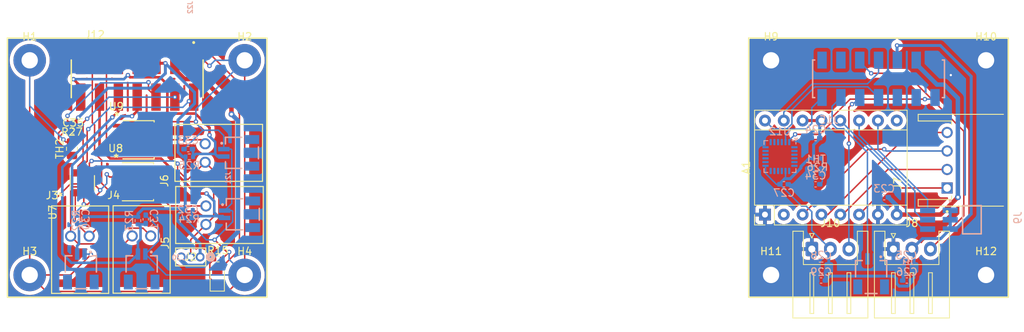
<source format=kicad_pcb>
(kicad_pcb (version 20240108) (generator "pcbnew") (generator_version "8.0")
  (layers (0 "F.Cu" signal) (31 "B.Cu" signal) (34 "B.Paste" user) (35 "F.Paste" user) (36 "B.SilkS" user "B.Silkscreen") (37 "F.SilkS" user "F.Silkscreen") (38 "B.Mask" user) (39 "F.Mask" user) (44 "Edge.Cuts" user))
  (net 0 "")
  (net 1 "GND")
  (net 2 "+12V")
  (net 3 "+5V_USBC")
  (net 4 "ADC0")
  (net 5 "ADC1")
  (net 6 "ADC2")
  (net 7 "ADC3")
  (net 8 "SCL")
  (net 9 "AREF")
  (net 10 "FAN_01_PWM_clockwise")
  (net 11 "FAN_01_PWM_counterclockwise")
  (net 12 "FAN_2_PWM")
  (net 13 "FAN_3_PWM")
  (net 14 "LED_2")
  (net 15 "Net-(D6-K)")
  (net 16 "Fan_Versorgung")
  (net 17 "Net-(U7-OUT1)")
  (net 18 "Net-(U7-OUT2)")
  (net 19 "Net-(U8-D)")
  (net 20 "Net-(U9-D)")
  (net 21 "STEP")
  (net 22 "M1")
  (net 23 "DIR")
  (net 25 "STP_A1")
  (net 26 "STP_B1")
  (net 27 "M0")
  (net 28 "M2")
  (net 29 "STP_B2")
  (net 31 "STP_A2")
  (net 32 "RESET")
  (net 33 "LED_3")
  (net 34 "MOSI")
  (net 35 "BLT_Switch")
  (net 36 "TXD")
  (net 37 "RXD")
  (net 38 "SDA")
  (net 39 "BLT_Servo")
  (footprint "Resistor_SMD:R_0805_2012Metric" (layer "F.Cu") (at 108.7 114.95 90)
    (property "Reference" "TH2")
    (property "Value" "Thermistor_NTC")
  )
  (footprint "Imported_Component_Footprints:CONN_S2B-XH-A-1LFSN_JST" (layer "F.Cu") (at 116.825 126.7265)
    (property "Reference" "J4")
    (property "Value" "FAN1")
  )
  (footprint "MountingHole:MountingHole_2.2mm_M2_Pad_TopBottom" (layer "F.Cu") (at 132 103)
    (property "Reference" "H2")
    (property "Value" "MountHole")
  )
  (footprint "Imported_Component_Footprints:RJK0456DPB_00_J5" (layer "F.Cu") (at 117.6797 113.735)
    (property "Reference" "U9")
    (property "Value" "RJK0456DPB-00-J5")
  )
  (footprint "MountingHole:MountingHole_2.2mm_M2_Pad_TopBottom" (layer "F.Cu") (at 132 132)
    (property "Reference" "H4")
    (property "Value" "MountHole")
  )
  (footprint "Imported_Component_Footprints:SAMTEC_TSM-107-04-L-DV" (layer "F.Cu") (at 117.5 105.5)
    (property "Reference" "J12")
    (property "Value" "Steckverbinder_Male_Fans")
  )
  (footprint "Imported_Component_Footprints:FTS_103_01_F_S" (layer "F.Cu") (at 125.9866 129.56515)
    (property "Reference" "J2")
    (property "Value" "Fan_12/5V_Regelung")
  )
  (footprint "Module:Pololu_Breakout-16_15.2x20.3mm" (layer "F.Cu") (at 202.1775 123.84 90)
    (property "Reference" "A1")
    (property "Value" "Pololu_Breakout_DRV8825")
  )
  (footprint "Imported_Component_Footprints:RJK0456DPB_00_J5" (layer "F.Cu") (at 117.5967 119.4)
    (property "Reference" "U8")
    (property "Value" "RJK0456DPB-00-J5")
  )
  (footprint "MountingHole:MountingHole_2.2mm_M2_Pad_TopBottom" (layer "F.Cu") (at 103 103)
    (property "Reference" "H1")
    (property "Value" "MountHole")
  )
  (footprint "MountingHole:MountingHole_2.2mm_M2_Pad_TopBottom" (layer "F.Cu") (at 232 132)
    (property "Reference" "H12")
    (property "Value" "MountHole")
  )
  (footprint "Imported_Component_Footprints:CONN_S2B-XH-A-1LFSN_JST" (layer "F.Cu") (at 126.7715 125.175 90)
    (property "Reference" "J5")
    (property "Value" "FAN2")
  )
  (footprint "MountingHole:MountingHole_2.2mm_M2_Pad_TopBottom" (layer "F.Cu") (at 203 103)
    (property "Reference" "H9")
    (property "Value" "MountHole")
  )
  (footprint "Imported_Component_Footprints:CONN_S2B-XH-A-1LFSN_JST" (layer "F.Cu") (at 126.6715 116.775 90)
    (property "Reference" "J6")
    (property "Value" "FAN3")
  )
  (footprint "Resistor_SMD:R_0402_1005Metric" (layer "F.Cu") (at 128.4 129.85)
    (property "Reference" "R15")
    (property "Value" "330")
  )
  (footprint "Capacitor_SMD:C_0402_1005Metric_Pad0.74x0.62mm_HandSolder" (layer "F.Cu") (at 108.85 112.6)
    (property "Reference" "C35")
    (property "Value" "0.1µF")
  )
  (footprint "MountingHole:MountingHole_2.2mm_M2_Pad_TopBottom" (layer "F.Cu") (at 203 132)
    (property "Reference" "H11")
    (property "Value" "MountHole")
  )
  (footprint "LED_SMD:LED_0805_2012Metric" (layer "F.Cu") (at 128.3 132.5 90)
    (property "Reference" "D6" (hide yes))
    (property "Value" "YELLOW")
  )
  (footprint "Imported_Component_Footprints:JST_S4B-XH-A-1" (layer "F.Cu") (at 228.6 116.5 90)
    (property "Reference" "J7")
    (property "Value" "Stepper Motor")
  )
  (footprint "Imported_Component_Footprints:CONN_S2B-XH-A-1LFSN_JST" (layer "F.Cu") (at 108.525 126.755)
    (property "Reference" "J3")
    (property "Value" "FAN0")
  )
  (footprint "Imported_Component_Footprints:JST_XH_S3B-XH-A_1x03_P2.50mm_Horizontal" (layer "F.Cu") (at 219.5 128.5)
    (property "Reference" "J8")
    (property "Value" "Servo Motor SM")
  )
  (footprint "MountingHole:MountingHole_2.2mm_M2_Pad_TopBottom" (layer "F.Cu") (at 103 132)
    (property "Reference" "H3")
    (property "Value" "MountHole")
  )
  (footprint "Imported_Component_Footprints:JST_XH_S3B-XH-A_1x03_P2.50mm_Horizontal" (layer "F.Cu") (at 208.5 128.5)
    (property "Reference" "J10")
    (property "Value" "Servo Motor BL Touch")
  )
  (footprint "MountingHole:MountingHole_2.2mm_M2_Pad_TopBottom" (layer "F.Cu") (at 232 103)
    (property "Reference" "H10")
    (property "Value" "MountHole")
  )
  (footprint "Imported_Component_Footprints:TPM16050_S6TR" (layer "F.Cu") (at 110.1 119.55 90)
    (property "Reference" "U7")
    (property "Value" "TPM16050-S6TR")
  )
  (footprint "Resistor_SMD:R_0402_1005Metric" (layer "F.Cu") (at 108.7 111.5 180)
    (property "Reference" "R27")
    (property "Value" "4k7")
  )
  (footprint "Sensor_Motion:InvenSense_QFN-24_4x4mm_P0.5mm" (layer "B.Cu") (at 204.2 116 180)
    (property "Reference" "U12")
    (property "Value" "MPU-6050")
  )
  (footprint "Resistor_SMD:R_0402_1005Metric" (layer "B.Cu") (at 124.5225 116.03675)
    (property "Reference" "R25")
    (property "Value" "4k7")
  )
  (footprint "Resistor_SMD:R_0402_1005Metric" (layer "B.Cu") (at 124.49 123.25)
    (property "Reference" "R24")
    (property "Value" "4k7")
  )
  (footprint "Resistor_SMD:R_0402_1005Metric" (layer "B.Cu") (at 209.25 116.25)
    (property "Reference" "R26")
    (property "Value" "4k7")
  )
  (footprint "Capacitor_SMD:C_0805_2012Metric_Pad1.18x1.45mm_HandSolder" (layer "B.Cu") (at 209.75 131 180)
    (property "Reference" "C28")
    (property "Value" "4.7uF")
  )
  (footprint "Capacitor_SMD:C_0402_1005Metric_Pad0.74x0.62mm_HandSolder" (layer "B.Cu") (at 124.3325 124.3 180)
    (property "Reference" "C32")
    (property "Value" "0.1µF")
  )
  (footprint "Imported_Component_Footprints:665102131822" (layer "B.Cu") (at 118.1 131.1 180)
    (property "Reference" "J20")
    (property "Value" "T2")
  )
  (footprint "Imported_Component_Footprints:665102131822" (layer "B.Cu") (at 131.1 115.5 -90)
    (property "Reference" "J22")
    (property "Value" "T3")
  )
  (footprint "Resistor_SMD:R_0402_1005Metric" (layer "B.Cu") (at 117.6 124.65 -90)
    (property "Reference" "R23")
    (property "Value" "4k7")
  )
  (footprint "Imported_Component_Footprints:665102131822" (layer "B.Cu") (at 216.5 131.75 180)
    (property "Reference" "J11")
    (property "Value" "T3")
  )
  (footprint "Capacitor_SMD:C_0402_1005Metric_Pad0.74x0.62mm_HandSolder" (layer "B.Cu") (at 218.25 121.5 180)
    (property "Reference" "C23")
    (property "Value" "100nF")
  )
  (footprint "Capacitor_SMD:C_0805_2012Metric_Pad1.18x1.45mm_HandSolder" (layer "B.Cu") (at 221.25 131 180)
    (property "Reference" "C25")
    (property "Value" "4.7uF")
  )
  (footprint "Capacitor_SMD:C_0402_1005Metric_Pad0.74x0.62mm_HandSolder" (layer "B.Cu") (at 221.3175 132.75 180)
    (property "Reference" "C26")
    (property "Value" "100nF")
  )
  (footprint "Capacitor_SMD:C_0402_1005Metric_Pad0.74x0.62mm_HandSolder" (layer "B.Cu") (at 209 119.75 180)
    (property "Reference" "C34")
    (property "Value" "0.1µF")
  )
  (footprint "Imported_Component_Footprints:FTSH-103-01-L-DH" (layer "B.Cu") (at 225.6425 124.5375 90)
    (property "Reference" "J9")
    (property "Value" "Microstepping")
  )
  (footprint "Capacitor_SMD:C_0402_1005Metric_Pad0.74x0.62mm_HandSolder" (layer "B.Cu") (at 124.3825 115 180)
    (property "Reference" "C33")
    (property "Value" "0.1µF")
  )
  (footprint "Capacitor_SMD:C_0402_1005Metric_Pad0.74x0.62mm_HandSolder" (layer "B.Cu") (at 209 113.5 180)
    (property "Reference" "C24")
    (property "Value" "100nF")
  )
  (footprint "Imported_Component_Footprints:SAMTEC_HLE-107-02-L-DV" (layer "B.Cu") (at 217.5 105.5)
    (property "Reference" "J15")
    (property "Value" "Steckverbinder_Female_Motoren")
  )
  (footprint "Capacitor_SMD:C_0402_1005Metric_Pad0.74x0.62mm_HandSolder" (layer "B.Cu") (at 118.65 124.4825 90)
    (property "Reference" "C31")
    (property "Value" "0.1µF")
  )
  (footprint "Capacitor_SMD:C_0402_1005Metric_Pad0.74x0.62mm_HandSolder" (layer "B.Cu") (at 204.75 119.75)
    (property "Reference" "C27")
    (property "Value" "100nF")
  )
  (footprint "Resistor_SMD:R_0805_2012Metric" (layer "B.Cu") (at 209 118 180)
    (property "Reference" "TH1")
    (property "Value" "Thermistor_NTC")
  )
  (footprint "Capacitor_SMD:C_0402_1005Metric_Pad0.74x0.62mm_HandSolder" (layer "B.Cu") (at 109.4 124.4825 90)
    (property "Reference" "C30")
    (property "Value" "0.1µF")
  )
  (footprint "Capacitor_SMD:C_0402_1005Metric_Pad0.74x0.62mm_HandSolder" (layer "B.Cu") (at 209.75 132.75 180)
    (property "Reference" "C29")
    (property "Value" "100nF")
  )
  (footprint "Imported_Component_Footprints:665102131822" (layer "B.Cu") (at 109.9 131.1 180)
    (property "Reference" "J19" (hide yes))
    (property "Value" "T2")
  )
  (footprint "Imported_Component_Footprints:665102131822" (layer "B.Cu") (at 131.21325 123.8 -90)
    (property "Reference" "J21")
    (property "Value" "T2")
  )
  (footprint "Resistor_SMD:R_0402_1005Metric" (layer "B.Cu") (at 110.45 124.6325 -90)
    (property "Reference" "R22")
    (property "Value" "4k7")
  )
  (gr_rect (start 200 100) (end 235 135) (stroke (width 0.2)) (fill none) (layer "F.SilkS"))
  (gr_rect (start 100 100) (end 135 135) (stroke (width 0.2)) (fill none) (layer "F.SilkS"))
  (segment (start 114.917 120.035) (end 114.917 118.765) (width 0.2) (layer "F.Cu") (net 1))
  (segment (start 114.917 118.765) (end 114.917 117.495) (width 0.2) (layer "F.Cu") (net 1))
  (segment (start 112.5 120.774386) (end 112.5 120.55) (width 0.2) (layer "F.Cu") (net 1))
  (segment (start 108.7 114.0375) (end 107.8875 114.0375) (width 0.2) (layer "F.Cu") (net 1))
  (segment (start 128.95 129.85) (end 129.9 128.9) (width 0.2) (layer "F.Cu") (net 1))
  (segment (start 110.3 121.08985) (end 110.1 120.88985) (width 0.2) (layer "F.Cu") (net 1))
  (segment (start 103 125.2) (end 103 132) (width 0.2) (layer "F.Cu") (net 1))
  (segment (start 111.25 129.25) (end 108.5 132) (width 0.2) (layer "F.Cu") (net 1))
  (segment (start 127.25 103.75) (end 126.525 103.025) (width 0.2) (layer "F.Cu") (net 1))
  (segment (start 115 111.83) (end 115.5207 111.83) (width 0.2) (layer "F.Cu") (net 1))
  (segment (start 109.4175 112.6) (end 109.4175 113.32) (width 0.2) (layer "F.Cu") (net 1))
  (segment (start 114.917 118.765) (end 113.765004 118.765) (width 0.2) (layer "F.Cu") (net 1))
  (segment (start 110.824386 122.45) (end 112.5 120.774386) (width 0.2) (layer "F.Cu") (net 1))
  (segment (start 132 132) (end 132 103) (width 0.2) (layer "F.Cu") (net 1))
  (segment (start 108.5 132) (end 103 132) (width 0.2) (layer "F.Cu") (net 1))
  (segment (start 111.6509 119.7009) (end 108.4991 119.7009) (width 0.2) (layer "F.Cu") (net 1))
  (segment (start 127.95 127.25) (end 129.6 128.9) (width 0.2) (layer "F.Cu") (net 1))
  (segment (start 116.057385 111.293315) (end 125.418009 111.293315) (width 0.2) (layer "F.Cu") (net 1))
  (segment (start 113.765004 118.765) (end 113.4 118.399996) (width 0.2) (layer "F.Cu") (net 1))
  (segment (start 227.25 105) (end 230 105) (width 0.2) (layer "F.Cu") (net 1))
  (segment (start 109.4175 113.32) (end 108.7 114.0375) (width 0.2) (layer "F.Cu") (net 1))
  (segment (start 107.8875 114.0375) (end 107.55 113.7) (width 0.2) (layer "F.Cu") (net 1))
  (segment (start 108.4991 119.7009) (end 103 125.2) (width 0.2) (layer "F.Cu") (net 1))
  (segment (start 126.525 103.025) (end 125.12 103.025) (width 0.2) (layer "F.Cu") (net 1))
  (segment (start 110.3 122.45) (end 110.824386 122.45) (width 0.2) (layer "F.Cu") (net 1))
  (segment (start 230 105) (end 232 103) (width 0.2) (layer "F.Cu") (net 1))
  (segment (start 115.5207 111.83) (end 116.057385 111.293315) (width 0.2) (layer "F.Cu") (net 1))
  (segment (start 112.5 120.55) (end 111.6509 119.7009) (width 0.2) (layer "F.Cu") (net 1))
  (segment (start 110.3 122.45) (end 110.3 121.08985) (width 0.2) (layer "F.Cu") (net 1))
  (segment (start 132 132) (end 129.775 134.225) (width 0.2) (layer "F.Cu") (net 1))
  (segment (start 128.91 129.85) (end 128.95 129.85) (width 0.2) (layer "F.Cu") (net 1))
  (segment (start 129.6 128.9) (end 129.9 128.9) (width 0.2) (layer "F.Cu") (net 1))
  (segment (start 103 103) (end 103 132) (width 0.2) (layer "F.Cu") (net 1))
  (segment (start 115 114.37) (end 115 111.83) (width 0.2) (layer "F.Cu") (net 1))
  (segment (start 129.775 134.225) (end 105.225 134.225) (width 0.2) (layer "F.Cu") (net 1))
  (segment (start 105.225 134.225) (end 103 132) (width 0.2) (layer "F.Cu") (net 1))
  (via (at 129.9 128.9) (size 0.6) (drill 0.3) (layers "F.Cu" "B.Cu") (net 1))
  (via (at 127.95 127.25) (size 0.6) (drill 0.3) (layers "F.Cu" "B.Cu") (net 1))
  (via (at 107.55 113.7) (size 0.6) (drill 0.3) (layers "F.Cu" "B.Cu") (net 1))
  (via (at 112.5 120.55) (size 0.6) (drill 0.3) (layers "F.Cu" "B.Cu") (net 1))
  (via (at 111.25 129.25) (size 0.6) (drill 0.3) (layers "F.Cu" "B.Cu") (net 1))
  (via (at 125.418009 111.293315) (size 0.6) (drill 0.3) (layers "F.Cu" "B.Cu") (net 1))
  (via (at 113.4 118.399996) (size 0.6) (drill 0.3) (layers "F.Cu" "B.Cu") (net 1))
  (via (at 127.25 103.75) (size 0.6) (drill 0.3) (layers "F.Cu" "B.Cu") (net 1))
  (via (at 227.25 105) (size 0.6) (drill 0.3) (layers "F.Cu" "B.Cu") (net 1))
  (via (at 110.3 122.45) (size 0.6) (drill 0.3) (layers "F.Cu" "B.Cu") (net 1))
  (segment (start 129.18 115) (end 130.155 115) (width 0.2) (layer "B.Cu") (net 1))
  (segment (start 130.255 115.1) (end 130.255 122.33825) (width 0.2) (layer "B.Cu") (net 1))
  (segment (start 120.374299 125.639299) (end 120.374299 127.405701) (width 0.2) (layer "B.Cu") (net 1))
  (segment (start 120.374299 127.405701) (end 118.6 129.18) (width 0.2) (layer "B.Cu") (net 1))
  (segment (start 121.42 132) (end 132 132) (width 0.2) (layer "B.Cu") (net 1))
  (segment (start 125.418009 111.503009) (end 126.365 112.45) (width 0.2) (layer "B.Cu") (net 1))
  (segment (start 127.95 127.25) (end 126.834738 127.25) (width 0.2) (layer "B.Cu") (net 1))
  (segment (start 217.6825 121.5) (end 217.6825 123.575) (width 0.2) (layer "B.Cu") (net 1))
  (segment (start 111.18 129.18) (end 111.25 129.25) (width 0.2) (layer "B.Cu") (net 1))
  (segment (start 103 109.15) (end 103 103) (width 0.2) (layer "B.Cu") (net 1))
  (segment (start 128.45 112.45) (end 129.18 113.18) (width 0.2) (layer "B.Cu") (net 1))
  (segment (start 123.884738 124.3) (end 123.765 124.3) (width 0.2) (layer "B.Cu") (net 1))
  (segment (start 109.4 123.915) (end 109.4 123.35) (width 0.2) (layer "B.Cu") (net 1))
  (segment (start 129.29325 123.3) (end 130.26825 123.3) (width 0.2) (layer "B.Cu") (net 1))
  (segment (start 129.9 128.9) (end 129.9 129.9) (width 0.2) (layer "B.Cu") (net 1))
  (segment (start 113.4 119.65) (end 113.4 118.399996) (width 0.2) (layer "B.Cu") (net 1))
  (segment (start 130.155 115) (end 130.255 115.1) (width 0.2) (layer "B.Cu") (net 1))
  (segment (start 126.365 112.45) (end 128.45 112.45) (width 0.2) (layer "B.Cu") (net 1))
  (segment (start 130.36825 123.4) (end 130.36825 124.83175) (width 0.2) (layer "B.Cu") (net 1))
  (segment (start 110.4 129.18) (end 111.18 129.18) (width 0.2) (layer "B.Cu") (net 1))
  (segment (start 225.12 102.975) (end 225.225 102.975) (width 0.2) (layer "B.Cu") (net 1))
  (segment (start 130.26825 123.3) (end 130.36825 123.4) (width 0.2) (layer "B.Cu") (net 1))
  (segment (start 225.225 102.975) (end 227.25 105) (width 0.2) (layer "B.Cu") (net 1))
  (segment (start 118.65 123.915) (end 120.374299 125.639299) (width 0.2) (layer "B.Cu") (net 1))
  (segment (start 130.36825 124.83175) (end 127.95 127.25) (width 0.2) (layer "B.Cu") (net 1))
  (segment (start 112.5 120.55) (end 113.4 119.65) (width 0.2) (layer "B.Cu") (net 1))
  (segment (start 126.834738 127.25) (end 123.884738 124.3) (width 0.2) (layer "B.Cu") (net 1))
  (segment (start 118.6 129.18) (end 121.42 132) (width 0.2) (layer "B.Cu") (net 1))
  (segment (start 125.418009 111.293315) (end 125.418009 111.503009) (width 0.2) (layer "B.Cu") (net 1))
  (segment (start 129.9 129.9) (end 132 132) (width 0.2) (layer "B.Cu") (net 1))
  (segment (start 217.6825 123.575) (end 217.4175 123.84) (width 0.2) (layer "B.Cu") (net 1))
  (segment (start 125.418009 111.293315) (end 125.418009 109.581991) (width 0.2) (layer "B.Cu") (net 1))
  (segment (start 125.418009 109.581991) (end 132 103) (width 0.2) (layer "B.Cu") (net 1))
  (segment (start 129.18 113.18) (end 129.18 115) (width 0.2) (layer "B.Cu") (net 1))
  (segment (start 128 103) (end 127.25 103.75) (width 0.2) (layer "B.Cu") (net 1))
  (segment (start 130.255 122.33825) (end 129.29325 123.3) (width 0.2) (layer "B.Cu") (net 1))
  (segment (start 132 103) (end 128 103) (width 0.2) (layer "B.Cu") (net 1))
  (segment (start 109.4 123.35) (end 110.3 122.45) (width 0.2) (layer "B.Cu") (net 1))
  (segment (start 107.55 113.7) (end 103 109.15) (width 0.2) (layer "B.Cu") (net 1))
  (segment (start 123.815 115) (end 126.365 112.45) (width 0.2) (layer "B.Cu") (net 1))
  (segment (start 219.9575 123.84) (end 225.86 123.84) (width 0.6) (layer "F.Cu") (net 2))
  (segment (start 122.58 104.23) (end 123.885 105.535) (width 0.6) (layer "F.Cu") (net 2))
  (segment (start 130.217498 109.397498) (end 130.217498 110.282498) (width 0.6) (layer "F.Cu") (net 2))
  (segment (start 122.58 103.025) (end 122.58 104.23) (width 0.6) (layer "F.Cu") (net 2))
  (segment (start 123.885 105.535) (end 126.355 105.535) (width 0.6) (layer "F.Cu") (net 2))
  (segment (start 126.355 105.535) (end 130.217498 109.397498) (width 0.6) (layer "F.Cu") (net 2))
  (segment (start 225.86 123.84) (end 228.2 121.5) (width 0.6) (layer "F.Cu") (net 2))
  (via (at 130.217498 110.282498) (size 0.8) (drill 0.4) (layers "F.Cu" "B.Cu") (net 2))
  (via (at 228.2 121.5) (size 0.8) (drill 0.4) (layers "F.Cu" "B.Cu") (net 2))
  (segment (start 222.58 103.485) (end 225.375 106.28) (width 0.6) (layer "B.Cu") (net 2))
  (segment (start 222.58 102.975) (end 222.58 103.485) (width 0.6) (layer "B.Cu") (net 2))
  (segment (start 228.2 108.125) (end 228.2 121.5) (width 0.6) (layer "B.Cu") (net 2))
  (segment (start 219.9575 122.64) (end 218.8175 121.5) (width 0.6) (layer "B.Cu") (net 2))
  (segment (start 225.375 106.28) (end 226.355 106.28) (width 0.6) (layer "B.Cu") (net 2))
  (segment (start 126.477112 130.77475) (end 131.06825 126.183612) (width 0.6) (layer "B.Cu") (net 2))
  (segment (start 131.06825 111.13325) (end 130.217498 110.282498) (width 0.6) (layer "B.Cu") (net 2))
  (segment (start 123.4466 129.56515) (end 123.4466 129.995262) (width 0.6) (layer "B.Cu") (net 2))
  (segment (start 219.9575 123.84) (end 219.9575 122.64) (width 0.6) (layer "B.Cu") (net 2))
  (segment (start 226.355 106.28) (end 228.2 108.125) (width 0.6) (layer "B.Cu") (net 2))
  (segment (start 131.06825 126.183612) (end 131.06825 111.13325) (width 0.6) (layer "B.Cu") (net 2))
  (segment (start 124.226088 130.77475) (end 126.477112 130.77475) (width 0.6) (layer "B.Cu") (net 2))
  (segment (start 123.4466 129.995262) (end 124.226088 130.77475) (width 0.6) (layer "B.Cu") (net 2))
  (segment (start 117.5 109.85) (end 116.8 110.55) (width 0.35) (layer "F.Cu") (net 4))
  (segment (start 117.5 107.975) (end 117.5 109.85) (width 0.35) (layer "F.Cu") (net 4))
  (via (at 116.8 110.55) (size 0.6) (drill 0.3) (layers "F.Cu" "B.Cu") (net 4))
  (segment (start 109.4 128.055) (end 109.6493 127.8057) (width 0.35) (layer "B.Cu") (net 4))
  (segment (start 116.8 110.55) (end 115.354995 110.55) (width 0.35) (layer "B.Cu") (net 4))
  (segment (start 109.6493 127.8057) (end 109.6493 125.2993) (width 0.35) (layer "B.Cu") (net 4))
  (segment (start 108.715 124.365) (end 109.4 125.05) (width 0.35) (layer "B.Cu") (net 4))
  (segment (start 109.6493 125.2993) (end 109.4 125.05) (width 0.35) (layer "B.Cu") (net 4))
  (segment (start 109.4 129.18) (end 109.4 128.055) (width 0.35) (layer "B.Cu") (net 4))
  (segment (start 108.715 117.189995) (end 108.715 124.365) (width 0.35) (layer "B.Cu") (net 4))
  (segment (start 109.4 125.05) (end 110.3575 125.05) (width 0.35) (layer "B.Cu") (net 4))
  (segment (start 115.354995 110.55) (end 108.715 117.189995) (width 0.35) (layer "B.Cu") (net 4))
  (segment (start 110.3575 125.05) (end 110.45 125.1425) (width 0.35) (layer "B.Cu") (net 4))
  (segment (start 114.96 107.975) (end 114.96 109.89) (width 0.35) (layer "F.Cu") (net 5))
  (segment (start 114.96 109.89) (end 114.15 110.7) (width 0.35) (layer "F.Cu") (net 5))
  (via (at 114.15 110.7) (size 0.6) (drill 0.3) (layers "F.Cu" "B.Cu") (net 5))
  (segment (start 118.54 125.16) (end 118.65 125.05) (width 0.35) (layer "B.Cu") (net 5))
  (segment (start 117.9493 127.192201) (end 117.9493 125.5093) (width 0.35) (layer "B.Cu") (net 5))
  (segment (start 114.15 110.7) (end 107.4007 117.4493) (width 0.35) (layer "B.Cu") (net 5))
  (segment (start 108.625 130.35) (end 116.43 130.35) (width 0.35) (layer "B.Cu") (net 5))
  (segment (start 117.6 127.541501) (end 117.9493 127.192201) (width 0.35) (layer "B.Cu") (net 5))
  (segment (start 117.6 125.16) (end 118.54 125.16) (width 0.35) (layer "B.Cu") (net 5))
  (segment (start 117.9493 125.5093) (end 117.6 125.16) (width 0.35) (layer "B.Cu") (net 5))
  (segment (start 116.43 130.35) (end 117.6 129.18) (width 0.35) (layer "B.Cu") (net 5))
  (segment (start 107.4007 129.1257) (end 108.625 130.35) (width 0.35) (layer "B.Cu") (net 5))
  (segment (start 117.6 129.18) (end 117.6 127.541501) (width 0.35) (layer "B.Cu") (net 5))
  (segment (start 107.4007 117.4493) (end 107.4007 129.1257) (width 0.35) (layer "B.Cu") (net 5))
  (segment (start 112.42 107.975) (end 112.42 114.8387) (width 0.35) (layer "F.Cu") (net 6))
  (segment (start 113.8503 116.269) (end 120.714 116.269) (width 0.35) (layer "F.Cu") (net 6))
  (segment (start 125.445 121) (end 126.85 121) (width 0.35) (layer "F.Cu") (net 6))
  (segment (start 112.42 114.8387) (end 113.8503 116.269) (width 0.35) (layer "F.Cu") (net 6))
  (segment (start 120.714 116.269) (end 125.445 121) (width 0.35) (layer "F.Cu") (net 6))
  (via (at 126.85 121) (size 0.6) (drill 0.3) (layers "F.Cu" "B.Cu") (net 6))
  (segment (start 128.6493 124.3) (end 129.29325 124.3) (width 0.35) (layer "B.Cu") (net 6))
  (segment (start 127.8958 123.5465) (end 128.6493 124.3) (width 0.35) (layer "B.Cu") (net 6))
  (segment (start 129.04395 124.0507) (end 129.29325 124.3) (width 0.35) (layer "B.Cu") (net 6))
  (segment (start 127.8958 122.0458) (end 127.8958 123.5465) (width 0.35) (layer "B.Cu") (net 6))
  (segment (start 124.9 123.35) (end 125 123.25) (width 0.35) (layer "B.Cu") (net 6))
  (segment (start 125.1493 124.0507) (end 129.04395 124.0507) (width 0.35) (layer "B.Cu") (net 6))
  (segment (start 126.85 121) (end 127.8958 122.0458) (width 0.35) (layer "B.Cu") (net 6))
  (segment (start 124.9 124.3) (end 124.9 123.35) (width 0.35) (layer "B.Cu") (net 6))
  (segment (start 124.9 124.3) (end 125.1493 124.0507) (width 0.35) (layer "B.Cu") (net 6))
  (segment (start 109.88 106.53) (end 108.9 105.55) (width 0.35) (layer "F.Cu") (net 7))
  (segment (start 127.25 112.1) (end 125.34 110.19) (width 0.35) (layer "F.Cu") (net 7))
  (segment (start 120.58 105.29) (end 116.54 105.29) (width 0.35) (layer "F.Cu") (net 7))
  (segment (start 127.25 113.1) (end 127.25 112.1) (width 0.35) (layer "F.Cu") (net 7))
  (segment (start 125.34 110.19) (end 121.57 110.19) (width 0.35) (layer "F.Cu") (net 7))
  (segment (start 121.57 110.19) (end 121.57 106.28) (width 0.35) (layer "F.Cu") (net 7))
  (segment (start 121.57 106.28) (end 120.58 105.29) (width 0.35) (layer "F.Cu") (net 7))
  (segment (start 109.88 107.975) (end 109.88 106.53) (width 0.35) (layer "F.Cu") (net 7))
  (segment (start 116.54 105.29) (end 116.25 105) (width 0.35) (layer "F.Cu") (net 7))
  (via (at 108.9 105.55) (size 0.6) (drill 0.3) (layers "F.Cu" "B.Cu") (net 7))
  (via (at 127.25 113.1) (size 0.6) (drill 0.3) (layers "F.Cu" "B.Cu") (net 7))
  (via (at 116.25 105) (size 0.6) (drill 0.3) (layers "F.Cu" "B.Cu") (net 7))
  (segment (start 125.0325 116.03675) (end 125.0325 115.0825) (width 0.35) (layer "B.Cu") (net 7))
  (segment (start 108.9 105.55) (end 115.7 105.55) (width 0.35) (layer "B.Cu") (net 7))
  (segment (start 125.0325 115.0825) (end 124.95 115) (width 0.35) (layer "B.Cu") (net 7))
  (segment (start 115.7 105.55) (end 116.25 105) (width 0.35) (layer "B.Cu") (net 7))
  (segment (start 127.25 113.2635) (end 127.25 113.1) (width 0.35) (layer "B.Cu") (net 7))
  (segment (start 125.0325 116.03675) (end 125.41855 115.6507) (width 0.35) (layer "B.Cu") (net 7))
  (segment (start 125.41855 115.6507) (end 128.0057 115.6507) (width 0.35) (layer "B.Cu") (net 7))
  (segment (start 128.355 116) (end 129.18 116) (width 0.35) (layer "B.Cu") (net 7))
  (segment (start 128.03 114.0435) (end 127.25 113.2635) (width 0.35) (layer "B.Cu") (net 7))
  (segment (start 128.03 115.675) (end 128.03 114.0435) (width 0.35) (layer "B.Cu") (net 7))
  (segment (start 128.355 116) (end 128.03 115.675) (width 0.35) (layer "B.Cu") (net 7))
  (segment (start 128.0057 115.6507) (end 128.355 116) (width 0.35) (layer "B.Cu") (net 7))
  (segment (start 107.730761 112.6) (end 108.2825 112.6) (width 0.2) (layer "F.Cu") (net 8))
  (segment (start 106.9 114.0625) (end 106.9 113.430761) (width 0.2) (layer "F.Cu") (net 8))
  (segment (start 106.9 112.79) (end 108.19 111.5) (width 0.2) (layer "F.Cu") (net 8))
  (segment (start 107.5 114.6625) (end 107.4 114.5625) (width 0.2) (layer "F.Cu") (net 8))
  (segment (start 107.05 113.280761) (end 107.730761 112.6) (width 0.2) (layer "F.Cu") (net 8))
  (segment (start 119.021774 106.956774) (end 119.021774 105.967564) (width 0.2) (layer "F.Cu") (net 8))
  (segment (start 106.9 113.430761) (end 107.05 113.280761) (width 0.2) (layer "F.Cu") (net 8))
  (segment (start 107.7 114.8625) (end 107.6 114.7625) (width 0.2) (layer "F.Cu") (net 8))
  (segment (start 107.6 114.7625) (end 107.5 114.6625) (width 0.2) (layer "F.Cu") (net 8))
  (segment (start 108.1 110.5) (end 108.1 111.41) (width 0.2) (layer "F.Cu") (net 8))
  (segment (start 107.3 114.4625) (end 107.2 114.3625) (width 0.2) (layer "F.Cu") (net 8))
  (segment (start 120.04 107.975) (end 119.021774 106.956774) (width 0.2) (layer "F.Cu") (net 8))
  (segment (start 108.1 111.41) (end 108.19 111.5) (width 0.2) (layer "F.Cu") (net 8))
  (segment (start 106.9 114.0625) (end 106.9 112.79) (width 0.2) (layer "F.Cu") (net 8))
  (segment (start 107.2 114.3625) (end 107.05 114.2125) (width 0.2) (layer "F.Cu") (net 8))
  (segment (start 107.05 114.2125) (end 106.9 114.0625) (width 0.2) (layer "F.Cu") (net 8))
  (segment (start 107.4 114.5625) (end 107.3 114.4625) (width 0.2) (layer "F.Cu") (net 8))
  (segment (start 108.7 115.8625) (end 107.7 114.8625) (width 0.2) (layer "F.Cu") (net 8))
  (via (at 119.021774 105.967564) (size 0.6) (drill 0.3) (layers "F.Cu" "B.Cu") (net 8))
  (via (at 108.1 110.5) (size 0.6) (drill 0.3) (layers "F.Cu" "B.Cu") (net 8))
  (segment (start 112.55 106.05) (end 118.939338 106.05) (width 0.2) (layer "B.Cu") (net 8))
  (segment (start 205.688821 112.29) (end 207.733846 112.29) (width 0.2) (layer "B.Cu") (net 8))
  (segment (start 118.939338 106.05) (end 119.021774 105.967564) (width 0.2) (layer "B.Cu") (net 8))
  (segment (start 208.5 111.523846) (end 208.5 109.405) (width 0.2) (layer "B.Cu") (net 8))
  (segment (start 108.1 110.5) (end 112.55 106.05) (width 0.2) (layer "B.Cu") (net 8))
  (segment (start 204.95 113.028821) (end 205.688821 112.29) (width 0.2) (layer "B.Cu") (net 8))
  (segment (start 204.95 114.05) (end 204.95 113.028821) (width 0.2) (layer "B.Cu") (net 8))
  (segment (start 207.733846 112.29) (end 208.5 111.523846) (width 0.2) (layer "B.Cu") (net 8))
  (segment (start 208.5 109.405) (end 209.88 108.025) (width 0.2) (layer "B.Cu") (net 8))
  (segment (start 209.7975 111.14) (end 207.2575 111.14) (width 0.4) (layer "F.Cu") (net 9))
  (segment (start 109.21 111.5) (end 109.21 111.09) (width 0.4) (layer "F.Cu") (net 9))
  (segment (start 120.415 103.4) (end 120.04 103.025) (width 0.4) (layer "F.Cu") (net 9))
  (segment (start 121.3 103.4) (end 120.415 103.4) (width 0.4) (layer "F.Cu") (net 9))
  (segment (start 109.21 111.09) (end 109.55 110.75) (width 0.4) (layer "F.Cu") (net 9))
  (via (at 109.55 110.75) (size 0.6) (drill 0.3) (layers "F.Cu" "B.Cu") (net 9))
  (via (at 220 101) (size 0.6) (drill 0.3) (layers "F.Cu" "B.Cu") (net 9))
  (via (at 121.3 103.4) (size 0.6) (drill 0.3) (layers "F.Cu" "B.Cu") (net 9))
  (segment (start 117.6 123.737606) (end 118.287606 123.05) (width 0.4) (layer "B.Cu") (net 9))
  (segment (start 219.9325 132.5) (end 219.9325 133.159894) (width 0.4) (layer "B.Cu") (net 9))
  (segment (start 117.5825 124.1225) (end 117.6 124.14) (width 0.4) (layer "B.Cu") (net 9))
  (segment (start 119.284999 106.765) (end 121.3 104.749999) (width 0.4) (layer "B.Cu") (net 9))
  (segment (start 220 102.935) (end 220.04 102.975) (width 0.4) (layer "B.Cu") (net 9))
  (segment (start 125.234247 107.334247) (end 121.3 103.4) (width 0.4) (layer "B.Cu") (net 9))
  (segment (start 209.5675 113.592394) (end 209.5675 113.5) (width 0.4) (layer "B.Cu") (net 9))
  (segment (start 222.2875 131) (end 222.2875 132.3475) (width 0.4) (layer "B.Cu") (net 9))
  (segment (start 219.5875 132.155) (end 219.9325 132.5) (width 0.4) (layer "B.Cu") (net 9))
  (segment (start 210.3175 131.47) (end 210.7875 131) (width 0.4) (layer "B.Cu") (net 9))
  (segment (start 208.128122 116.25) (end 207.025 117.353122) (width 0.4) (layer "B.Cu") (net 9))
  (segment (start 222.2875 131) (end 222.2875 128.7875) (width 0.4) (layer "B.Cu") (net 9))
  (segment (start 210.7875 128.7125) (end 211 128.5) (width 0.4) (layer "B.Cu") (net 9))
  (segment (start 208.5 123.456154) (end 208.5 126) (width 0.2) (layer "B.Cu") (net 9))
  (segment (start 125.9866 129.56515) (end 125.9866 127.748994) (width 0.4) (layer "B.Cu") (net 9))
  (segment (start 123.78 123.05) (end 123.98 123.25) (width 0.4) (layer "B.Cu") (net 9))
  (segment (start 113.535 106.765) (end 119.284999 106.765) (width 0.4) (layer "B.Cu") (net 9))
  (segment (start 124.0125 116.03675) (end 123.624356 116.03675) (width 0.4) (layer "B.Cu") (net 9))
  (segment (start 204.95 118.9825) (end 204.95 117.95) (width 0.2) (layer "B.Cu") (net 9))
  (segment (start 207.025 117.353122) (end 207.025 117.544542) (width 0.4) (layer "B.Cu") (net 9))
  (segment (start 121.3 104.749999) (end 121.3 103.4) (width 0.4) (layer "B.Cu") (net 9))
  (segment (start 125.9866 127.748994) (end 122.9475 124.709894) (width 0.4) (layer "B.Cu") (net 9))
  (segment (start 225.9 127.075) (end 223.425 127.075) (width 0.4) (layer "B.Cu") (net 9))
  (segment (start 227.1675 124.5375) (end 227.1675 125.8075) (width 0.4) (layer "B.Cu") (net 9))
  (segment (start 207.733846 122.69) (end 208.5 123.456154) (width 0.2) (layer "B.Cu") (net 9))
  (segment (start 205.579542 118.99) (end 204.850106 118.99) (width 0.4) (layer "B.Cu") (net 9))
  (segment (start 203.72188 119.75) (end 202.25 118.27812) (width 0.2) (layer "B.Cu") (net 9))
  (segment (start 208.5 126) (end 211 128.5) (width 0.2) (layer "B.Cu") (net 9))
  (segment (start 208.74 116.25) (end 208.74 114.419894) (width 0.4) (layer "B.Cu") (net 9))
  (segment (start 207.025 117.544542) (end 205.579542 118.99) (width 0.4) (layer "B.Cu") (net 9))
  (segment (start 230 105.175) (end 230 123.75) (width 0.4) (layer "B.Cu") (net 9))
  (segment (start 123.587606 123.25) (end 123.98 123.25) (width 0.4) (layer "B.Cu") (net 9))
  (segment (start 204.850106 118.99) (end 204.1825 119.657606) (width 0.4) (layer "B.Cu") (net 9))
  (segment (start 219.9325 133.159894) (end 220.282606 133.51) (width 0.4) (layer "B.Cu") (net 9))
  (segment (start 109.55 110.75) (end 113.535 106.765) (width 0.4) (layer "B.Cu") (net 9))
  (segment (start 123.98 116.06925) (end 124.0125 116.03675) (width 0.4) (layer "B.Cu") (net 9))
  (segment (start 123.624356 116.03675) (end 122.9975 115.409894) (width 0.4) (layer "B.Cu") (net 9))
  (segment (start 220.282606 133.51) (end 221.435 133.51) (width 0.4) (layer "B.Cu") (net 9))
  (segment (start 210.3175 132.75) (end 210.9125 132.155) (width 0.4) (layer "B.Cu") (net 9))
  (segment (start 110.45 124.1225) (end 117.5825 124.1225) (width 0.4) (layer "B.Cu") (net 9))
  (segment (start 209.5675 113.5) (end 209.5675 111.37) (width 0.4) (layer "B.Cu") (net 9))
  (segment (start 230 123.75) (end 227.9425 125.8075) (width 0.4) (layer "B.Cu") (net 9))
  (segment (start 220 101) (end 220 102.935) (width 0.4) (layer "B.Cu") (net 9))
  (segment (start 117.6 124.14) (end 117.6 123.737606) (width 0.4) (layer "B.Cu") (net 9))
  (segment (start 223.425 127.075) (end 222 128.5) (width 0.4) (layer "B.Cu") (net 9))
  (segment (start 221.435 133.51) (end 221.885 133.06) (width 0.4) (layer "B.Cu") (net 9))
  (segment (start 227.9425 125.8075) (end 227.1675 125.8075) (width 0.4) (layer "B.Cu") (net 9))
  (segment (start 208.74 114.419894) (end 209.5675 113.592394) (width 0.4) (layer "B.Cu") (net 9))
  (segment (start 204.1825 119.75) (end 204.95 118.9825) (width 0.2) (layer "B.Cu") (net 9))
  (segment (start 208.74 116.25) (end 208.128122 116.25) (width 0.4) (layer "B.Cu") (net 9))
  (segment (start 227.1675 125.8075) (end 227.1675 123.2675) (width 0.4) (layer "B.Cu") (net 9))
  (segment (start 204.1825 119.75) (end 207.1225 122.69) (width 0.2) (layer "B.Cu") (net 9))
  (segment (start 227.1675 125.8075) (end 225.9 127.075) (width 0.4) (layer "B.Cu") (net 9))
  (segment (start 222.2875 128.7875) (end 222 128.5) (width 0.4) (layer "B.Cu") (net 9))
  (segment (start 122.9475 124.709894) (end 122.9475 123.890106) (width 0.4) (layer "B.Cu") (net 9))
  (segment (start 125.234247 108.834317) (end 125.234247 107.334247) (width 0.4) (layer "B.Cu") (net 9))
  (segment (start 221.885 133.06) (end 221.885 132.75) (width 0.4) (layer "B.Cu") (net 9))
  (segment (start 122.9975 115.409894) (end 122.9975 111.071064) (width 0.4) (layer "B.Cu") (net 9))
  (segment (start 118.287606 123.05) (end 123.78 123.05) (width 0.4) (layer "B.Cu") (net 9))
  (segment (start 210.9125 132.155) (end 219.5875 132.155) (width 0.4) (layer "B.Cu") (net 9))
  (segment (start 225.825 101) (end 230 105.175) (width 0.4) (layer "B.Cu") (net 9))
  (segment (start 122.9475 123.890106) (end 123.587606 123.25) (width 0.4) (layer "B.Cu") (net 9))
  (segment (start 204.1825 119.75) (end 203.72188 119.75) (width 0.2) (layer "B.Cu") (net 9))
  (segment (start 122.9975 111.071064) (end 125.234247 108.834317) (width 0.4) (layer "B.Cu") (net 9))
  (segment (start 202.25 118.27812) (end 202.25 117.25) (width 0.2) (layer "B.Cu") (net 9))
  (segment (start 209.5675 111.37) (end 209.7975 111.14) (width 0.4) (layer "B.Cu") (net 9))
  (segment (start 222.2875 132.3475) (end 221.885 132.75) (width 0.4) (layer "B.Cu") (net 9))
  (segment (start 207.1225 122.69) (end 207.733846 122.69) (width 0.2) (layer "B.Cu") (net 9))
  (segment (start 204.1825 119.657606) (end 204.1825 119.75) (width 0.4) (layer "B.Cu") (net 9))
  (segment (start 210.3175 132.75) (end 210.3175 131.47) (width 0.4) (layer "B.Cu") (net 9))
  (segment (start 220 101) (end 225.825 101) (width 0.4) (layer "B.Cu") (net 9))
  (segment (start 123.98 123.25) (end 123.98 116.06925) (width 0.4) (layer "B.Cu") (net 9))
  (segment (start 210.7875 131) (end 210.7875 128.7125) (width 0.4) (layer "B.Cu") (net 9))
  (segment (start 109.5206 117.29803) (end 110.2 116.61863) (width 0.2) (layer "F.Cu") (net 10))
  (segment (start 110.2 116.61863) (end 110.2 111.45) (width 0.2) (layer "F.Cu") (net 10))
  (segment (start 109.149999 118.21015) (end 109.5206 117.839549) (width 0.2) (layer "F.Cu") (net 10))
  (segment (start 122.580064 107.975) (end 122.580128 107.974936) (width 0.2) (layer "F.Cu") (net 10))
  (segment (start 122.58 107.975) (end 122.580064 107.975) (width 0.2) (layer "F.Cu") (net 10))
  (segment (start 109.5206 117.839549) (end 109.5206 117.29803) (width 0.2) (layer "F.Cu") (net 10))
  (segment (start 110.2 111.45) (end 110.75 110.9) (width 0.2) (layer "F.Cu") (net 10))
  (via (at 110.75 110.9) (size 0.6) (drill 0.3) (layers "F.Cu" "B.Cu") (net 10))
  (via (at 122.580128 107.974936) (size 0.6) (drill 0.3) (layers "F.Cu" "B.Cu") (net 10))
  (segment (start 113.675064 107.974936) (end 122.580128 107.974936) (width 0.2) (layer "B.Cu") (net 10))
  (segment (start 110.75 110.9) (end 113.675064 107.974936) (width 0.2) (layer "B.Cu") (net 10))
  (segment (start 124.571344 108.523656) (end 124.484247 108.523656) (width 0.2) (layer "F.Cu") (net 11))
  (segment (start 110.470601 117.839549) (end 110.470601 116.913714) (width 0.2) (layer "F.Cu") (net 11))
  (segment (start 110.1 118.21015) (end 110.470601 117.839549) (width 0.2) (layer "F.Cu") (net 11))
  (segment (start 110.75 116.634315) (end 110.75 112.45) (width 0.2) (layer "F.Cu") (net 11))
  (segment (start 110.470601 116.913714) (end 110.75 116.634315) (width 0.2) (layer "F.Cu") (net 11))
  (segment (start 110.75 112.45) (end 110.9 112.3) (width 0.2) (layer "F.Cu") (net 11))
  (segment (start 125.12 107.975) (end 124.571344 108.523656) (width 0.2) (layer "F.Cu") (net 11))
  (via (at 110.9 112.3) (size 0.6) (drill 0.3) (layers "F.Cu" "B.Cu") (net 11))
  (via (at 124.484247 108.523656) (size 0.6) (drill 0.3) (layers "F.Cu" "B.Cu") (net 11))
  (segment (start 110.9 112.3) (end 113.85 109.35) (width 0.2) (layer "B.Cu") (net 11))
  (segment (start 123.657903 109.35) (end 124.484247 108.523656) (width 0.2) (layer "B.Cu") (net 11))
  (segment (start 113.85 109.35) (end 123.657903 109.35) (width 0.2) (layer "B.Cu") (net 11))
  (segment (start 111.45 111.430761) (end 111.45 104.595) (width 0.2) (layer "F.Cu") (net 12))
  (segment (start 111.75 115.530761) (end 111.75 111.730761) (width 0.2) (layer "F.Cu") (net 12))
  (segment (start 111.45 104.595) (end 109.88 103.025) (width 0.2) (layer "F.Cu") (net 12))
  (segment (start 114.917 121.305) (end 114.3963 121.305) (width 0.2) (layer "F.Cu") (net 12))
  (segment (start 112.7 116.480761) (end 111.75 115.530761) (width 0.2) (layer "F.Cu") (net 12))
  (segment (start 111.75 111.730761) (end 111.45 111.430761) (width 0.2) (layer "F.Cu") (net 12))
  (segment (start 112.7 119.6087) (end 112.7 116.480761) (width 0.2) (layer "F.Cu") (net 12))
  (segment (start 114.3963 121.305) (end 112.7 119.6087) (width 0.2) (layer "F.Cu") (net 12))
  (segment (start 114.6413 115.64) (end 113.355 114.3537) (width 0.2) (layer "F.Cu") (net 13))
  (segment (start 113.355 103.96) (end 112.42 103.025) (width 0.2) (layer "F.Cu") (net 13))
  (segment (start 115 115.64) (end 114.6413 115.64) (width 0.2) (layer "F.Cu") (net 13))
  (segment (start 113.355 114.3537) (end 113.355 103.96) (width 0.2) (layer "F.Cu") (net 13))
  (segment (start 131.2925 110.226129) (end 131.2925 128.57) (width 0.2) (layer "F.Cu") (net 14))
  (segment (start 131.1925 106.0225) (end 131.1925 110.126129) (width 0.2) (layer "F.Cu") (net 14))
  (segment (start 114.96 103.025) (end 114.96 101.82) (width 0.2) (layer "F.Cu") (net 14))
  (segment (start 131.2925 128.57) (end 128.3 131.5625) (width 0.2) (layer "F.Cu") (net 14))
  (segment (start 115.995 100.785) (end 125.955 100.785) (width 0.2) (layer "F.Cu") (net 14))
  (segment (start 114.96 101.82) (end 115.995 100.785) (width 0.2) (layer "F.Cu") (net 14))
  (segment (start 131.1925 110.126129) (end 131.2925 110.226129) (width 0.2) (layer "F.Cu") (net 14))
  (segment (start 125.955 100.785) (end 131.1925 106.0225) (width 0.2) (layer "F.Cu") (net 14))
  (segment (start 128.3 133.4375) (end 127.3 132.4375) (width 0.2) (layer "F.Cu") (net 15))
  (segment (start 127.3 132.4375) (end 127.3 130.44) (width 0.2) (layer "F.Cu") (net 15))
  (segment (start 127.3 130.44) (end 127.89 129.85) (width 0.2) (layer "F.Cu") (net 15))
  (segment (start 127.8208 117.9243) (end 126.6715 116.775) (width 0.2) (layer "F.Cu") (net 16))
  (segment (start 124.7166 129.56515) (end 124.7166 127.2299) (width 0.2) (layer "F.Cu") (net 16))
  (segment (start 124.191752 119.075) (end 122.946924 117.830172) (width 0.2) (layer "F.Cu") (net 16))
  (segment (start 111.050001 116.899999) (end 111.35 116.6) (width 0.2) (layer "F.Cu") (net 16))
  (segment (start 124.3715 119.075) (end 124.191752 119.075) (width 0.2) (layer "F.Cu") (net 16))
  (segment (start 126.6715 116.775) (end 124.3715 119.075) (width 0.2) (layer "F.Cu") (net 16))
  (segment (start 127.8208 124.1257) (end 127.8208 117.9243) (width 0.2) (layer "F.Cu") (net 16))
  (segment (start 126.7715 125.175) (end 127.8208 124.1257) (width 0.2) (layer "F.Cu") (net 16))
  (segment (start 122.946924 117.830172) (end 122.946924 116.964146) (width 0.2) (layer "F.Cu") (net 16))
  (segment (start 111.050001 118.21015) (end 111.050001 116.899999) (width 0.2) (layer "F.Cu") (net 16))
  (segment (start 124.7166 127.2299) (end 126.7715 125.175) (width 0.2) (layer "F.Cu") (net 16))
  (via (at 111.35 116.6) (size 0.6) (drill 0.3) (layers "F.Cu" "B.Cu") (net 16))
  (via (at 122.946924 116.964146) (size 0.6) (drill 0.3) (layers "F.Cu" "B.Cu") (net 16))
  (segment (start 122.582778 116.6) (end 122.946924 116.964146) (width 0.2) (layer "B.Cu") (net 16))
  (segment (start 111.35 116.6) (end 122.582778 116.6) (width 0.2) (layer "B.Cu") (net 16))
  (segment (start 109.5743 127.8043) (end 115.7472 127.8043) (width 0.2) (layer "F.Cu") (net 17))
  (segment (start 115.7472 127.8043) (end 116.825 126.7265) (width 0.2) (layer "F.Cu") (net 17))
  (segment (start 108.6991 120.1009) (end 108.525 120.275) (width 0.2) (layer "F.Cu") (net 17))
  (segment (start 108.525 126.755) (end 109.5743 127.8043) (width 0.2) (layer "F.Cu") (net 17))
  (segment (start 111.050001 120.2009) (end 110.950001 120.1009) (width 0.2) (layer "F.Cu") (net 17))
  (segment (start 111.050001 120.88985) (end 111.050001 120.2009) (width 0.2) (layer "F.Cu") (net 17))
  (segment (start 110.950001 120.1009) (end 108.6991 120.1009) (width 0.2) (layer "F.Cu") (net 17))
  (segment (start 108.525 120.275) (end 108.525 126.755) (width 0.2) (layer "F.Cu") (net 17))
  (segment (start 118.275699 125.6772) (end 112.102799 125.6772) (width 0.2) (layer "F.Cu") (net 18))
  (segment (start 109.149999 124.88) (end 111.024999 126.755) (width 0.2) (layer "F.Cu") (net 18))
  (segment (start 109.149999 120.88985) (end 109.149999 124.88) (width 0.2) (layer "F.Cu") (net 18))
  (segment (start 112.102799 125.6772) (end 111.024999 126.755) (width 0.2) (layer "F.Cu") (net 18))
  (segment (start 119.324999 126.7265) (end 118.275699 125.6772) (width 0.2) (layer "F.Cu") (net 18))
  (segment (start 118.6 119.4) (end 121.875001 122.675001) (width 0.2) (layer "F.Cu") (net 19))
  (segment (start 121.875001 122.675001) (end 126.7715 122.675001) (width 0.2) (layer "F.Cu") (net 19))
  (segment (start 126.131499 113.735) (end 126.6715 114.275001) (width 0.2) (layer "F.Cu") (net 20))
  (segment (start 118.683 113.735) (end 126.131499 113.735) (width 0.2) (layer "F.Cu") (net 20))
  (segment (start 215.999289 106.18) (end 217.5 104.679289) (width 0.2) (layer "B.Cu") (net 21))
  (segment (start 208.54613 106.18) (end 215.999289 106.18) (width 0.2) (layer "B.Cu") (net 21))
  (segment (start 217.5 104.679289) (end 217.5 102.975) (width 0.2) (layer "B.Cu") (net 21))
  (segment (start 204.7175 111.14) (end 204.7175 110.00863) (width 0.2) (layer "B.Cu") (net 21))
  (segment (start 204.7175 110.00863) (end 208.54613 106.18) (width 0.2) (layer "B.Cu") (net 21))
  (segment (start 222.4 123.455) (end 222.4 120.636814) (width 0.2) (layer "B.Cu") (net 22))
  (segment (start 223.4825 124.5375) (end 222.4 123.455) (width 0.2) (layer "B.Cu") (net 22))
  (segment (start 224.1175 124.5375) (end 223.4825 124.5375) (width 0.2) (layer "B.Cu") (net 22))
  (segment (start 222.4 120.636814) (end 214.8775 113.114314) (width 0.2) (layer "B.Cu") (net 22))
  (segment (start 214.8775 113.114314) (end 214.8775 111.14) (width 0.2) (layer "B.Cu") (net 22))
  (segment (start 205.8175 109.6825) (end 205.8175 111.595635) (width 0.2) (layer "B.Cu") (net 23))
  (segment (start 205.8175 111.595635) (end 205.173135 112.24) (width 0.2) (layer "B.Cu") (net 23))
  (segment (start 203.2775 112.24) (end 202.1775 111.14) (width 0.2) (layer "B.Cu") (net 23))
  (segment (start 216.055 106.58) (end 208.92 106.58) (width 0.2) (layer "B.Cu") (net 23))
  (segment (start 205.173135 112.24) (end 203.2775 112.24) (width 0.2) (layer "B.Cu") (net 23))
  (segment (start 208.92 106.58) (end 205.8175 109.6825) (width 0.2) (layer "B.Cu") (net 23))
  (segment (start 217.5 108.025) (end 216.055 106.58) (width 0.2) (layer "B.Cu") (net 23))
  (segment (start 210.66 123.84) (end 221.75 112.75) (width 0.2) (layer "F.Cu") (net 25))
  (segment (start 221.75 112.75) (end 226.75 112.75) (width 0.2) (layer "F.Cu") (net 25))
  (segment (start 209.7975 123.84) (end 210.66 123.84) (width 0.2) (layer "F.Cu") (net 25))
  (segment (start 212.3375 123.84) (end 212.66 123.84) (width 0.2) (layer "F.Cu") (net 26))
  (segment (start 218.75 117.75) (end 226.75 117.75) (width 0.2) (layer "F.Cu") (net 26))
  (segment (start 212.66 123.84) (end 218.75 117.75) (width 0.2) (layer "F.Cu") (net 26))
  (segment (start 217.4175 115.088628) (end 217.4175 111.14) (width 0.2) (layer "B.Cu") (net 27))
  (segment (start 224.1175 123.2675) (end 224.1175 121.788628) (width 0.2) (layer "B.Cu") (net 27))
  (segment (start 224.1175 121.788628) (end 217.4175 115.088628) (width 0.2) (layer "B.Cu") (net 27))
  (segment (start 223.4825 125.8075) (end 221.1575 123.4825) (width 0.2) (layer "B.Cu") (net 28))
  (segment (start 224.1175 125.8075) (end 223.4825 125.8075) (width 0.2) (layer "B.Cu") (net 28))
  (segment (start 221.1575 119.96) (end 212.3375 111.14) (width 0.2) (layer "B.Cu") (net 28))
  (segment (start 221.1575 123.4825) (end 221.1575 119.96) (width 0.2) (layer "B.Cu") (net 28))
  (segment (start 218.4675 120.25) (end 226.75 120.25) (width 0.2) (layer "F.Cu") (net 29))
  (segment (start 214.8775 123.84) (end 218.4675 120.25) (width 0.2) (layer "F.Cu") (net 29))
  (segment (start 216.087806 115.009694) (end 218.257806 115.009694) (width 0.2) (layer "F.Cu") (net 31))
  (segment (start 207.2575 123.84) (end 216.087806 115.009694) (width 0.2) (layer "F.Cu") (net 31))
  (via (at 218.257806 115.009694) (size 0.6) (drill 0.3) (layers "F.Cu" "B.Cu") (net 31))
  (segment (start 218.498112 115.25) (end 218.257806 115.009694) (width 0.2) (layer "B.Cu") (net 31))
  (segment (start 226.75 115.25) (end 218.498112 115.25) (width 0.2) (layer "B.Cu") (net 31))
  (segment (start 209.9125 119.405) (end 209.5675 119.75) (width 0.2) (layer "B.Cu") (net 32))
  (segment (start 209.9125 118) (end 209.9125 119.405) (width 0.2) (layer "B.Cu") (net 32))
  (segment (start 209.9125 116.4025) (end 209.76 116.25) (width 0.2) (layer "B.Cu") (net 32))
  (segment (start 209.9125 118) (end 209.9125 116.4025) (width 0.2) (layer "B.Cu") (net 32))
  (segment (start 221.174264 104.755025) (end 216.505024 104.755025) (width 0.2) (layer "F.Cu") (net 34))
  (segment (start 224.5 128.5) (end 229 124) (width 0.2) (layer "F.Cu") (net 34))
  (segment (start 229 112.580761) (end 221.174264 104.755025) (width 0.2) (layer "F.Cu") (net 34))
  (segment (start 229 124) (end 229 112.580761) (width 0.2) (layer "F.Cu") (net 34))
  (via (at 216.505024 104.755025) (size 0.6) (drill 0.3) (layers "F.Cu" "B.Cu") (net 34))
  (segment (start 214.96 102.975) (end 214.96 103.210001) (width 0.2) (layer "B.Cu") (net 34))
  (segment (start 214.96 103.210001) (end 216.505024 104.755025) (width 0.2) (layer "B.Cu") (net 34))
  (segment (start 216 115.446865) (end 212.793135 112.24) (width 0.2) (layer "B.Cu") (net 35))
  (segment (start 211.881865 112.24) (end 211.2375 111.595635) (width 0.2) (layer "B.Cu") (net 35))
  (segment (start 211.2375 111.595635) (end 211.2375 109.2075) (width 0.2) (layer "B.Cu") (net 35))
  (segment (start 211.2375 109.2075) (end 212.42 108.025) (width 0.2) (layer "B.Cu") (net 35))
  (segment (start 212.793135 112.24) (end 211.881865 112.24) (width 0.2) (layer "B.Cu") (net 35))
  (segment (start 216 129.83) (end 216 115.446865) (width 0.2) (layer "B.Cu") (net 35))
  (segment (start 211.2375 111.326346) (end 211.2375 110.684365) (width 0.2) (layer "F.Cu") (net 38))
  (segment (start 213.671865 108.25) (end 223.75 108.25) (width 0.2) (layer "F.Cu") (net 38))
  (segment (start 209.563846 113) (end 211.2375 111.326346) (width 0.2) (layer "F.Cu") (net 38))
  (segment (start 211.2375 110.684365) (end 213.671865 108.25) (width 0.2) (layer "F.Cu") (net 38))
  (segment (start 206.25 113) (end 209.563846 113) (width 0.2) (layer "F.Cu") (net 38))
  (via (at 223.75 108.25) (size 0.6) (drill 0.3) (layers "F.Cu" "B.Cu") (net 38))
  (via (at 206.25 113) (size 0.6) (drill 0.3) (layers "F.Cu" "B.Cu") (net 38))
  (segment (start 205.45 113.8) (end 206.25 113) (width 0.2) (layer "B.Cu") (net 38))
  (segment (start 223.75 108.25) (end 224.895 108.25) (width 0.2) (layer "B.Cu") (net 38))
  (segment (start 205.45 114.05) (end 205.45 113.8) (width 0.2) (layer "B.Cu") (net 38))
  (segment (start 224.895 108.25) (end 225.12 108.025) (width 0.2) (layer "B.Cu") (net 38))
  (segment (start 213.5 109.341105) (end 213.920552 108.920553) (width 0.2) (layer "F.Cu") (net 39))
  (segment (start 213.5 114.25) (end 213.5 109.341105) (width 0.2) (layer "F.Cu") (net 39))
  (via (at 213.5 114.25) (size 0.6) (drill 0.3) (layers "F.Cu" "B.Cu") (net 39))
  (via (at 213.920552 108.920553) (size 0.6) (drill 0.3) (layers "F.Cu" "B.Cu") (net 39))
  (segment (start 213.5 128.5) (end 213.5 114.25) (width 0.2) (layer "B.Cu") (net 39))
  (segment (start 214.064447 108.920553) (end 213.920552 108.920553) (width 0.2) (layer "B.Cu") (net 39))
  (segment (start 214.96 108.025) (end 214.064447 108.920553) (width 0.2) (layer "B.Cu") (net 39))
  (zone (net 0) (net_name "") (layers "F&B.Cu") (connect_pads (clearance 0.5)) (min_thickness 0.25) (fill yes (thermal_gap 0.5) (thermal_bridge_width 0.5) (island_removal_mode 1) (island_area_min 10))
    (polygon (pts (xy 135 135) (xy 135 100) (xy 100 100) (xy 100 135)))
  )
  (zone (net 1) (net_name "GND") (layers "F&B.Cu") (priority 1) (connect_pads thru_hole_only (clearance 0.5)) (min_thickness 0.25) (fill yes (thermal_gap 0.5) (thermal_bridge_width 0.5))
    (polygon (pts (xy 235 135) (xy 235 100) (xy 200 100) (xy 200 135)))
  )
)
</source>
